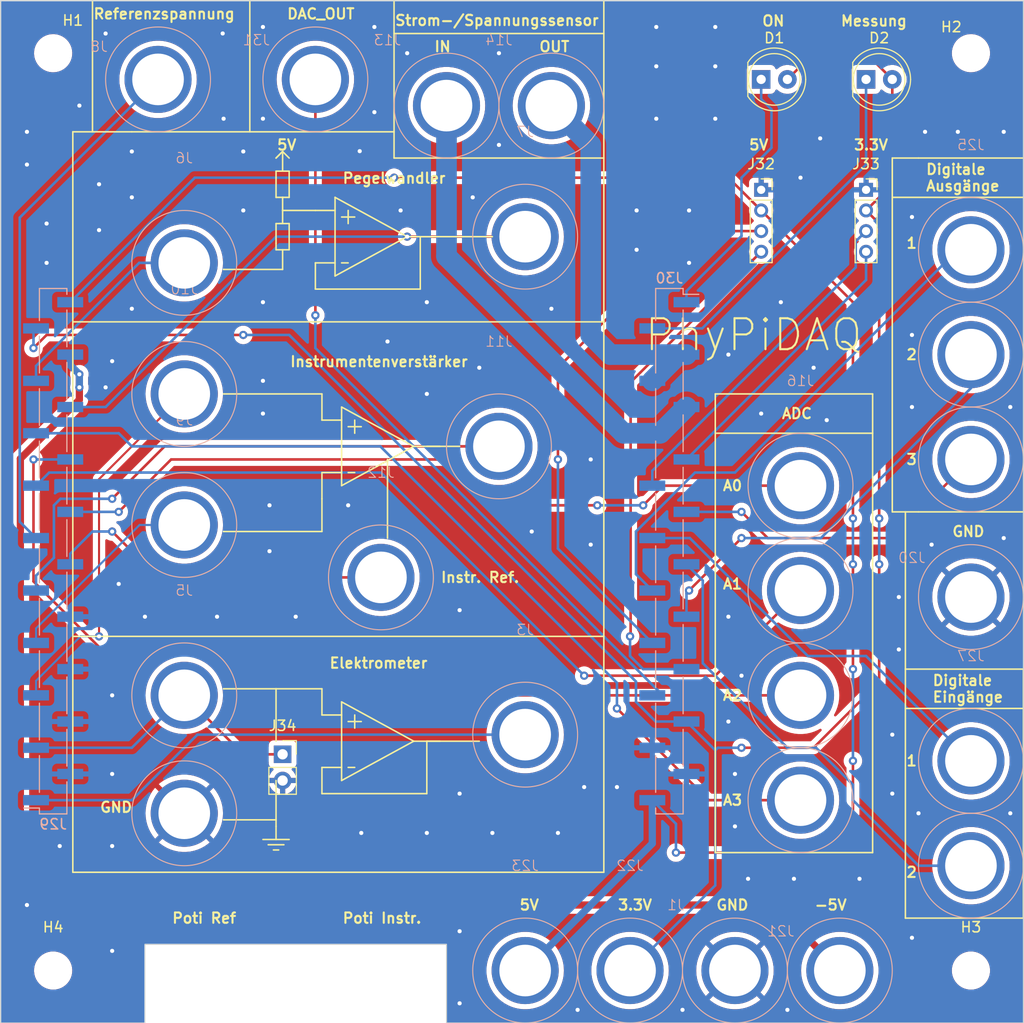
<source format=kicad_pcb>
(kicad_pcb (version 20241229) (generator "pcbnew") (generator_version "9.0")
  (layers (0 "F.Cu" signal) (2 "B.Cu" signal) (13 "F.Paste" user) (15 "B.Paste" user) (5 "F.SilkS" user "F.Silkscreen") (7 "B.SilkS" user "B.Silkscreen") (1 "F.Mask" user) (3 "B.Mask" user) (25 "Edge.Cuts" user))
  (net 0 "")
  (net 1 "LED1")
  (net 2 "+3.3V")
  (net 3 "LED2")
  (net 4 "GND")
  (net 5 "Elektrometer_OUT")
  (net 6 "Elektrometer_IN_+")
  (net 7 "Pegelwandler_IN_+")
  (net 8 "Pegelwandler_OUT")
  (net 9 "Referenzspannung_OUT")
  (net 10 "Instrumentenverstaerker_IN_-")
  (net 11 "Instrumentenverstaerker_IN_+")
  (net 12 "Instrumentenverstaerker_OUT")
  (net 13 "Instrumentenverstaerker_Ref")
  (net 14 "StromSpannungsSensor_IN_+")
  (net 15 "StromSpannungsSensor_IN_-")
  (net 16 "A0")
  (net 17 "A1")
  (net 18 "A2")
  (net 19 "A3")
  (net 20 "-5V")
  (net 21 "+5V")
  (net 22 "DIN_IN_2")
  (net 23 "DIN_IN_1")
  (net 24 "DIN_OUT_3")
  (net 25 "DIN_OUT_2")
  (net 26 "DIN_OUT_1")
  (net 27 "SCL_3.3")
  (net 28 "SDA_3.3")
  (net 29 "SDA_5")
  (net 30 "SCL_5")
  (net 31 "DAC_OUT")
  (footprint "MountingHole:MountingHole_3.2mm_M3" (layer "F.Cu") (at 180.34 129.54)
    (property "Reference" "H3")
    (property "Value" "MountingHole")
  )
  (footprint "MountingHole:MountingHole_3.2mm_M3" (layer "F.Cu") (at 91.44 129.54)
    (property "Reference" "H4")
    (property "Value" "MountingHole")
  )
  (footprint "Connector_PinSocket_2.00mm:PinSocket_1x04_P2.00mm_Vertical" (layer "F.Cu") (at 170.18 53.88)
    (property "Reference" "J33")
    (property "Value" "3.3V_BUS")
  )
  (footprint "Connector_PinSocket_2.54mm:PinSocket_1x02_P2.54mm_Vertical" (layer "F.Cu") (at 113.665 108.585)
    (property "Reference" "J34")
    (property "Value" "EM_KOND")
  )
  (footprint "MountingHole:MountingHole_3.2mm_M3" (layer "F.Cu") (at 180.34 40.64)
    (property "Reference" "H2")
    (property "Value" "MountingHole")
  )
  (footprint "LED_THT:LED_D5.0mm_FlatTop" (layer "F.Cu") (at 170.18 43.18)
    (property "Reference" "D2")
    (property "Value" "D_Photo_Filled")
  )
  (footprint "Connector_PinSocket_2.00mm:PinSocket_1x04_P2.00mm_Vertical" (layer "F.Cu") (at 160.02 53.88)
    (property "Reference" "J32")
    (property "Value" "5V_BUS")
  )
  (footprint "MountingHole:MountingHole_3.2mm_M3" (layer "F.Cu") (at 91.44 40.64)
    (property "Reference" "H1")
    (property "Value" "MountingHole")
  )
  (footprint "LED_THT:LED_D5.0mm_FlatTop" (layer "F.Cu") (at 160.02 43.18)
    (property "Reference" "D1")
    (property "Value" "D_Photo_Filled" (hide yes))
  )
  (footprint "Library_Frontplatine:MBU_1" (layer "B.Cu") (at 163.83 102.87 180)
    (property "Reference" "J18")
    (property "Value" "A2")
  )
  (footprint "Library_Frontplatine:MBU_1" (layer "B.Cu") (at 180.34 119.38 180)
    (property "Reference" "J26")
    (property "Value" "DI_OUT_3")
  )
  (footprint "Library_Frontplatine:MBU_1" (layer "B.Cu") (at 101.6 43.18 180)
    (property "Reference" "J8")
    (property "Value" "REF")
  )
  (footprint "Library_Frontplatine:MBU_1" (layer "B.Cu") (at 129.54 45.72 180)
    (property "Reference" "J13")
    (property "Value" "AVS_IN_+")
  )
  (footprint "Library_Frontplatine:MBU_1" (layer "B.Cu") (at 104.14 102.87 180)
    (property "Reference" "J5")
    (property "Value" "EM_IN")
  )
  (footprint "Library_Frontplatine:MBU_1" (layer "B.Cu") (at 137.16 129.54 180)
    (property "Reference" "J23")
    (property "Value" "5V")
  )
  (footprint "Library_Frontplatine:MBU_1" (layer "B.Cu") (at 163.83 92.71 180)
    (property "Reference" "J17")
    (property "Value" "A1")
  )
  (footprint "Library_Frontplatine:MBU_1" (layer "B.Cu") (at 104.14 60.96 180)
    (property "Reference" "J6")
    (property "Value" "PW_IN")
  )
  (footprint "Library_Frontplatine:MBU_1" (layer "B.Cu") (at 167.64 129.54 180)
    (property "Reference" "J21")
    (property "Value" "-5V")
  )
  (footprint "Library_Frontplatine:MBU_1" (layer "B.Cu") (at 180.34 59.69 180)
    (property "Reference" "J25")
    (property "Value" "DI_IN_1")
  )
  (footprint "Library_Frontplatine:MBU_1" (layer "B.Cu") (at 163.83 113.03 180)
    (property "Reference" "J19")
    (property "Value" "A3")
  )
  (footprint "Library_Frontplatine:MBU_1" (layer "B.Cu") (at 180.34 80.01 180)
    (property "Reference" "J28")
    (property "Value" "DI_OUT_1")
  )
  (footprint "Connector_PinHeader_2.54mm:PinHeader_1x20_P2.54mm_Vertical_SMD_Pin1Left" (layer "B.Cu") (at 91.44 88.9)
    (property "Reference" "J29")
    (property "Value" "EM_20")
  )
  (footprint "Library_Frontplatine:MBU_1" (layer "B.Cu") (at 123.19 91.44 180)
    (property "Reference" "J12")
    (property "Value" "IV_REF")
  )
  (footprint "Library_Frontplatine:MBU_1" (layer "B.Cu") (at 134.62 78.74 180)
    (property "Reference" "J11")
    (property "Value" "IV_OUT")
  )
  (footprint "Library_Frontplatine:MBU_1" (layer "B.Cu") (at 180.34 109.22 180)
    (property "Reference" "J27")
    (property "Value" "DI_OUT_2")
  )
  (footprint "Library_Frontplatine:MBU_1" (layer "B.Cu") (at 137.16 58.42 180)
    (property "Reference" "J7")
    (property "Value" "PW_OUT")
  )
  (footprint "Library_Frontplatine:MBU_1" (layer "B.Cu") (at 104.14 86.36 180)
    (property "Reference" "J9")
    (property "Value" "IV_IN_-")
  )
  (footprint "Library_Frontplatine:MBU_1" (layer "B.Cu") (at 104.14 73.66 180)
    (property "Reference" "J10")
    (property "Value" "IV_IN_+")
  )
  (footprint "Library_Frontplatine:MBU_1" (layer "B.Cu") (at 157.48 129.54 180)
    (property "Reference" "J1")
    (property "Value" "GND")
  )
  (footprint "Library_Frontplatine:MBU_1" (layer "B.Cu") (at 104.14 114.3 180)
    (property "Reference" "J4")
    (property "Value" "GND_EM")
  )
  (footprint "Library_Frontplatine:MBU_1" (layer "B.Cu") (at 116.84 43.18 180)
    (property "Reference" "J31")
    (property "Value" "D/A_+")
  )
  (footprint "Library_Frontplatine:MBU_1" (layer "B.Cu") (at 180.34 93.345 180)
    (property "Reference" "J20")
    (property "Value" "GND")
  )
  (footprint "Library_Frontplatine:MBU_1" (layer "B.Cu") (at 163.83 82.55 180)
    (property "Reference" "J16")
    (property "Value" "A0")
  )
  (footprint "Library_Frontplatine:MBU_1" (layer "B.Cu") (at 147.32 129.54 180)
    (property "Reference" "J22")
    (property "Value" "3.3V")
  )
  (footprint "Library_Frontplatine:MBU_1" (layer "B.Cu") (at 139.7 45.72 180)
    (property "Reference" "J14")
    (property "Value" "AVS_IN_-")
  )
  (footprint "Library_Frontplatine:MBU_1" (layer "B.Cu") (at 137.16 106.68 180)
    (property "Reference" "J3")
    (property "Value" "EM_OUT")
  )
  (footprint "Connector_PinHeader_2.54mm:PinHeader_1x20_P2.54mm_Vertical_SMD_Pin1Left" (layer "B.Cu") (at 151.13 88.9 180)
    (property "Reference" "J30")
    (property "Value" "LED_20")
  )
  (footprint "Library_Frontplatine:MBU_1" (layer "B.Cu") (at 180.34 69.85 180)
    (property "Reference" "J24")
    (property "Value" "DI_IN_2")
  )
  (gr_line (start 113.665 54.61) (end 113.03 54.61) (stroke (width 0.15)) (layer "F.SilkS"))
  (gr_line (start 93.345 48.26) (end 99.06 48.26) (stroke (width 0.15)) (layer "F.SilkS"))
  (gr_line (start 124.46 38.735) (end 144.78 38.735) (stroke (width 0.15)) (layer "F.SilkS"))
  (gr_line (start 120.015 109.855) (end 120.65 109.855) (stroke (width 0.15)) (layer "F.SilkS"))
  (gr_line (start 172.72 54.61) (end 185.42 54.61) (stroke (width 0.15)) (layer "F.SilkS"))
  (gr_line (start 132.715 107.315) (end 127.635 107.315) (stroke (width 0.15)) (layer "F.SilkS"))
  (gr_line (start 113.03 114.935) (end 107.95 114.935) (stroke (width 0.15)) (layer "F.SilkS"))
  (gr_line (start 127 63.5) (end 127 58.42) (stroke (width 0.15)) (layer "F.SilkS"))
  (gr_line (start 117.475 83.82) (end 117.475 81.28) (stroke (width 0.15)) (layer "F.SilkS"))
  (gr_line (start 116.84 60.96) (end 118.745 60.96) (stroke (width 0.15)) (layer "F.SilkS"))
  (gr_line (start 155.575 77.47) (end 155.575 73.66) (stroke (width 0.15)) (layer "F.SilkS"))
  (gr_line (start 119.38 74.93) (end 126.365 78.74) (stroke (width 0.15)) (layer "F.SilkS"))
  (gr_line (start 117.475 81.28) (end 119.38 81.28) (stroke (width 0.15)) (layer "F.SilkS"))
  (gr_line (start 99.06 48.26) (end 124.46 48.26) (stroke (width 0.15)) (layer "F.SilkS"))
  (gr_line (start 126.365 78.74) (end 119.38 82.55) (stroke (width 0.15)) (layer "F.SilkS"))
  (gr_line (start 125.73 58.42) (end 133.985 58.42) (stroke (width 0.15)) (layer "F.SilkS"))
  (gr_line (start 173.99 104.14) (end 185.42 104.14) (stroke (width 0.15)) (layer "F.SilkS"))
  (gr_line (start 172.72 50.8) (end 172.72 85.09) (stroke (width 0.15)) (layer "F.SilkS"))
  (gr_line (start 113.665 52.07) (end 113.665 50.165) (stroke (width 0.15)) (layer "F.SilkS"))
  (gr_line (start 127 63.5) (end 116.84 63.5) (stroke (width 0.15)) (layer "F.SilkS"))
  (gr_line (start 112.776 117.856) (end 113.284 117.856) (stroke (width 0.15)) (layer "F.SilkS"))
  (gr_line (start 113.03 59.69) (end 114.3 59.69) (stroke (width 0.15)) (layer "F.SilkS"))
  (gr_line (start 126.365 107.315) (end 119.38 111.125) (stroke (width 0.15)) (layer "F.SilkS"))
  (gr_line (start 173.99 100.33) (end 173.99 85.09) (stroke (width 0.15)) (layer "F.SilkS"))
  (gr_line (start 120.015 81.28) (end 120.65 81.28) (stroke (width 0.15)) (layer "F.SilkS"))
  (gr_line (start 185.42 124.46) (end 173.99 124.46) (stroke (width 0.15)) (layer "F.SilkS"))
  (gr_line (start 113.665 59.69) (end 113.665 61.595) (stroke (width 0.15)) (layer "F.SilkS"))
  (gr_line (start 113.665 55.88) (end 113.665 57.15) (stroke (width 0.15)) (layer "F.SilkS"))
  (gr_line (start 114.3 59.69) (end 114.3 57.15) (stroke (width 0.15)) (layer "F.SilkS"))
  (gr_line (start 170.815 77.47) (end 155.575 77.47) (stroke (width 0.15)) (layer "F.SilkS"))
  (gr_line (start 118.745 62.23) (end 118.745 54.61) (stroke (width 0.15)) (layer "F.SilkS"))
  (gr_line (start 119.38 56.515) (end 120.65 56.515) (stroke (width 0.15)) (layer "F.SilkS"))
  (gr_line (start 113.665 61.595) (end 107.95 61.595) (stroke (width 0.15)) (layer "F.SilkS"))
  (gr_line (start 95.25 35.56) (end 95.25 48.26) (stroke (width 0.15)) (layer "F.SilkS"))
  (gr_line (start 117.475 76.2) (end 117.475 73.66) (stroke (width 0.15)) (layer "F.SilkS"))
  (gr_line (start 173.99 124.46) (end 173.99 100.33) (stroke (width 0.15)) (layer "F.SilkS"))
  (gr_line (start 113.03 50.8) (end 113.665 50.165) (stroke (width 0.15)) (layer "F.SilkS"))
  (gr_line (start 119.38 103.505) (end 126.365 107.315) (stroke (width 0.15)) (layer "F.SilkS"))
  (gr_line (start 119.38 104.775) (end 117.475 104.775) (stroke (width 0.15)) (layer "F.SilkS"))
  (gr_line (start 118.745 54.61) (end 125.73 58.42) (stroke (width 0.15)) (layer "F.SilkS"))
  (gr_line (start 144.78 50.8) (end 144.78 35.56) (stroke (width 0.15)) (layer "F.SilkS"))
  (gr_line (start 119.38 82.55) (end 119.38 74.93) (stroke (width 0.15)) (layer "F.SilkS"))
  (gr_line (start 175.26 50.8) (end 185.42 50.8) (stroke (width 0.15)) (layer "F.SilkS"))
  (gr_line (start 128.905 78.74) (end 127.635 78.74) (stroke (width 0.15)) (layer "F.SilkS"))
  (gr_line (start 110.49 48.26) (end 110.49 35.56) (stroke (width 0.15)) (layer "F.SilkS"))
  (gr_line (start 120.015 105.41) (end 121.285 105.41) (stroke (width 0.15)) (layer "F.SilkS"))
  (gr_line (start 116.84 63.5) (end 116.84 60.96) (stroke (width 0.15)) (layer "F.SilkS"))
  (gr_line (start 144.78 97.155) (end 144.78 120.015) (stroke (width 0.15)) (layer "F.SilkS"))
  (gr_line (start 120.65 77.47) (end 120.65 76.2) (stroke (width 0.15)) (layer "F.SilkS"))
  (gr_line (start 113.03 102.235) (end 113.03 107.315) (stroke (width 0.15)) (layer "F.SilkS"))
  (gr_line (start 127.635 112.395) (end 117.475 112.395) (stroke (width 0.15)) (layer "F.SilkS"))
  (gr_line (start 113.03 111.76) (end 113.03 115.57) (stroke (width 0.15)) (layer "F.SilkS"))
  (gr_line (start 120.65 106.045) (end 120.65 104.775) (stroke (width 0.15)) (layer "F.SilkS"))
  (gr_line (start 114.3 116.84) (end 111.76 116.84) (stroke (width 0.15)) (layer "F.SilkS"))
  (gr_line (start 113.03 54.61) (end 113.03 52.705) (stroke (width 0.15)) (layer "F.SilkS"))
  (gr_line (start 112.268 117.348) (end 113.792 117.348) (stroke (width 0.15)) (layer "F.SilkS"))
  (gr_line (start 93.345 120.015) (end 93.345 48.26) (stroke (width 0.15)) (layer "F.SilkS"))
  (gr_line (start 116.84 55.88) (end 113.665 55.88) (stroke (width 0.15)) (layer "F.SilkS"))
  (gr_line (start 114.3 52.07) (end 114.3 54.61) (stroke (width 0.15)) (layer "F.SilkS"))
  (gr_line (start 144.78 66.675) (end 144.78 97.155) (stroke (width 0.15)) (layer "F.SilkS"))
  (gr_line (start 113.03 57.15) (end 113.03 59.055) (stroke (width 0.15)) (layer "F.SilkS"))
  (gr_line (start 120.015 76.835) (end 121.285 76.835) (stroke (width 0.15)) (layer "F.SilkS"))
  (gr_line (start 144.78 120.015) (end 93.345 120.015) (stroke (width 0.15)) (layer "F.SilkS"))
  (gr_line (start 155.575 77.47) (end 155.575 118.11) (stroke (width 0.15)) (layer "F.SilkS"))
  (gr_line (start 117.475 109.855) (end 119.38 109.855) (stroke (width 0.15)) (layer "F.SilkS"))
  (gr_line (start 113.03 59.055) (end 113.03 59.69) (stroke (width 0.15)) (layer "F.SilkS"))
  (gr_line (start 172.72 50.8) (end 175.26 50.8) (stroke (width 0.15)) (layer "F.SilkS"))
  (gr_line (start 128.27 58.42) (end 127 58.42) (stroke (width 0.15)) (layer "F.SilkS"))
  (gr_line (start 113.03 102.235) (end 117.475 102.235) (stroke (width 0.15)) (layer "F.SilkS"))
  (gr_line (start 113.03 115.57) (end 113.03 116.84) (stroke (width 0.15)) (layer "F.SilkS"))
  (gr_line (start 114.3 57.15) (end 113.3475 57.15) (stroke (width 0.15)) (layer "F.SilkS"))
  (gr_line (start 113.665 50.165) (end 114.3 50.8) (stroke (width 0.15)) (layer "F.SilkS"))
  (gr_line (start 127.635 112.395) (end 127.635 107.315) (stroke (width 0.15)) (layer "F.SilkS"))
  (gr_line (start 114.3 54.61) (end 113.665 54.61) (stroke (width 0.15)) (layer "F.SilkS"))
  (gr_line (start 172.72 85.09) (end 175.26 85.09) (stroke (width 0.15)) (layer "F.SilkS"))
  (gr_line (start 113.03 52.07) (end 114.3 52.07) (stroke (width 0.15)) (layer "F.SilkS"))
  (gr_line (start 170.815 73.66) (end 170.815 77.47) (stroke (width 0.15)) (layer "F.SilkS"))
  (gr_line (start 113.665 50.165) (end 113.03 50.8) (stroke (width 0.15)) (layer "F.SilkS"))
  (gr_line (start 119.38 111.125) (end 119.38 103.505) (stroke (width 0.15)) (layer "F.SilkS"))
  (gr_line (start 113.665 57.15) (end 113.03 57.15) (stroke (width 0.15)) (layer "F.SilkS"))
  (gr_line (start 120.015 57.15) (end 120.015 55.88) (stroke (width 0.15)) (layer "F.SilkS"))
  (gr_line (start 118.745 55.88) (end 116.84 55.88) (stroke (width 0.15)) (layer "F.SilkS"))
  (gr_line (start 144.78 66.675) (end 93.345 66.675) (stroke (width 0.15)) (layer "F.SilkS"))
  (gr_line (start 173.99 100.33) (end 185.42 100.33) (stroke (width 0.15)) (layer "F.SilkS"))
  (gr_line (start 113.03 102.235) (end 107.95 102.235) (stroke (width 0.15)) (layer "F.SilkS"))
  (gr_line (start 117.475 112.395) (end 117.475 109.855) (stroke (width 0.15)) (layer "F.SilkS"))
  (gr_line (start 126.365 107.315) (end 128.905 107.315) (stroke (width 0.15)) (layer "F.SilkS"))
  (gr_line (start 117.475 73.66) (end 107.95 73.66) (stroke (width 0.15)) (layer "F.SilkS"))
  (gr_line (start 124.46 50.8) (end 144.78 50.8) (stroke (width 0.15)) (layer "F.SilkS"))
  (gr_line (start 185.42 100.33) (end 185.42 124.46) (stroke (width 0.15)) (layer "F.SilkS"))
  (gr_line (start 113.03 111.76) (end 113.03 111.125) (stroke (width 0.15)) (layer "F.SilkS"))
  (gr_line (start 144.78 50.8) (end 144.78 66.675) (stroke (width 0.15)) (layer "F.SilkS"))
  (gr_line (start 170.815 118.11) (end 170.815 77.47) (stroke (width 0.15)) (layer "F.SilkS"))
  (gr_line (start 144.78 97.155) (end 93.345 97.155) (stroke (width 0.15)) (layer "F.SilkS"))
  (gr_line (start 123.825 80.01) (end 123.825 87.63) (stroke (width 0.15)) (layer "F.SilkS"))
  (gr_line (start 155.575 73.66) (end 170.815 73.66) (stroke (width 0.15)) (layer "F.SilkS"))
  (gr_line (start 113.665 55.88) (end 113.665 54.61) (stroke (width 0.15)) (layer "F.SilkS"))
  (gr_line (start 117.475 104.775) (end 117.475 102.235) (stroke (width 0.15)) (layer "F.SilkS"))
  (gr_line (start 119.38 76.2) (end 117.475 76.2) (stroke (width 0.15)) (layer "F.SilkS"))
  (gr_line (start 113.03 52.705) (end 113.03 52.07) (stroke (width 0.15)) (layer "F.SilkS"))
  (gr_line (start 124.46 35.56) (end 124.46 50.8) (stroke (width 0.15)) (layer "F.SilkS"))
  (gr_line (start 126.365 78.74) (end 130.81 78.74) (stroke (width 0.15)) (layer "F.SilkS"))
  (gr_line (start 117.475 86.995) (end 117.475 83.82) (stroke (width 0.15)) (layer "F.SilkS"))
  (gr_line (start 119.38 60.96) (end 120.015 60.96) (stroke (width 0.15)) (layer "F.SilkS"))
  (gr_line (start 125.73 58.42) (end 118.745 62.23) (stroke (width 0.15)) (layer "F.SilkS"))
  (gr_line (start 155.575 118.11) (end 170.815 118.11) (stroke (width 0.15)) (layer "F.SilkS"))
  (gr_line (start 185.42 85.09) (end 175.26 85.09) (stroke (width 0.15)) (layer "F.SilkS"))
  (gr_line (start 107.95 86.995) (end 117.475 86.995) (stroke (width 0.15)) (layer "F.SilkS"))
  (gr_line (start 100.33 134.62) (end 100.33 127) (stroke (width 0.1)) (layer "Edge.Cuts"))
  (gr_line (start 129.54 134.62) (end 185.42 134.62) (stroke (width 0.1)) (layer "Edge.Cuts"))
  (gr_line (start 185.42 35.56) (end 86.36 35.56) (stroke (width 0.1)) (layer "Edge.Cuts"))
  (gr_line (start 86.36 134.62) (end 100.33 134.62) (stroke (width 0.1)) (layer "Edge.Cuts"))
  (gr_line (start 129.54 127) (end 129.54 134.62) (stroke (width 0.1)) (layer "Edge.Cuts"))
  (gr_line (start 86.36 35.56) (end 86.36 134.62) (stroke (width 0.1)) (layer "Edge.Cuts"))
  (gr_line (start 185.42 134.62) (end 185.42 35.56) (stroke (width 0.1)) (layer "Edge.Cuts"))
  (gr_line (start 100.33 127) (end 129.54 127) (stroke (width 0.1)) (layer "Edge.Cuts"))
  (gr_text "A1" (at 156.21 92.075 0) (layer "F.SilkS") (effects (font (size 1 1) (thickness 0.2) (bold yes)) (justify left)))
  (gr_text "Elektrometer" (at 118.11 100.33 0) (layer "F.SilkS") (effects (font (size 1 1) (thickness 0.2) (bold yes)) (justify left bottom)))
  (gr_text "3" (at 173.99 80.01 0) (layer "F.SilkS") (effects (font (size 1 1) (thickness 0.2) (bold yes)) (justify left)))
  (gr_text "GND" (at 95.885 114.3 0) (layer "F.SilkS") (effects (font (size 1 1) (thickness 0.2) (bold yes)) (justify left bottom)))
  (gr_text "5V" (at 158.75 49.53 0) (layer "F.SilkS") (effects (font (size 1 1) (thickness 0.2) (bold yes)) (justify left)))
  (gr_text "PhyPiDAQ" (at 148.59 67.945 0) (layer "F.SilkS") (effects (font (size 3 3) (thickness 0.2) (bold yes)) (justify left)))
  (gr_text "Messung" (at 167.64 38.1 0) (layer "F.SilkS") (effects (font (size 1 1) (thickness 0.2) (bold yes)) (justify left bottom)))
  (gr_text "A2" (at 156.21 102.87 0) (layer "F.SilkS") (effects (font (size 1 1) (thickness 0.2) (bold yes)) (justify left)))
  (gr_text "5V" (at 136.525 123.19 0) (layer "F.SilkS") (effects (font (size 1 1) (thickness 0.2) (bold yes)) (justify left)))
  (gr_text "GND" (at 178.435 86.995 0) (layer "F.SilkS") (effects (font (size 1 1) (thickness 0.2) (bold yes)) (justify left)))
  (gr_text "Poti Ref" (at 102.87 124.46 0) (layer "F.SilkS") (effects (font (size 1 1) (thickness 0.2) (bold yes)) (justify left)))
  (gr_text "DAC_OUT\n" (at 114 36.83 0) (layer "F.SilkS") (effects (font (size 1 1) (thickness 0.2) (bold yes)) (justify left)))
  (gr_text "ON" (at 160.02 38.1 0) (layer "F.SilkS") (effects (font (size 1 1) (thickness 0.2) (bold yes)) (justify left bottom)))
  (gr_text "A0" (at 156.21 82.55 0) (layer "F.SilkS") (effects (font (size 1 1) (thickness 0.2) (bold yes)) (justify left)))
  (gr_text "OUT" (at 138.43 40.005 0) (layer "F.SilkS") (effects (font (size 1 1) (thickness 0.2) (bold yes)) (justify left)))
  (gr_text "-5V" (at 165.1 123.19 0) (layer "F.SilkS") (effects (font (size 1 1) (thickness 0.2) (bold yes)) (justify left)))
  (gr_text "3.3V" (at 168.91 49.53 0) (layer "F.SilkS") (effects (font (size 1 1) (thickness 0.2) (bold yes)) (justify left)))
  (gr_text "GND" (at 155.575 123.19 0) (layer "F.SilkS") (effects (font (size 1 1) (thickness 0.2) (bold yes)) (justify left)))
  (gr_text "ADC" (at 161.925 75.565 0) (layer "F.SilkS") (effects (font (size 1 1) (thickness 0.2) (bold yes)) (justify left)))
  (gr_text "Strom-/Spannungssensor" (at 124.46 37.465 0) (layer "F.SilkS") (effects (font (size 1 1) (thickness 0.2) (bold yes)) (justify left)))
  (gr_text "3.3V" (at 146.05 123.19 0) (layer "F.SilkS") (effects (font (size 1 1) (thickness 0.2) (bold yes)) (justify left)))
  (gr_text "5V" (at 113.03 49.53 0) (layer "F.SilkS") (effects (font (size 1 1) (thickness 0.2) (bold yes)) (justify left)))
  (gr_text "IN" (at 128.27 40.005 0) (layer "F.SilkS") (effects (font (size 1 1) (thickness 0.2) (bold yes)) (justify left)))
  (gr_text "2" (at 173.99 120.015 0) (layer "F.SilkS") (effects (font (size 1 1) (thickness 0.2) (bold yes)) (justify left)))
  (gr_text "Digitale\nAusgänge" (at 175.895 52.705 0) (layer "F.SilkS") (effects (font (size 1 1) (thickness 0.2) (bold yes)) (justify left)))
  (gr_text "Referenzspannung" (at 95.25 36.83 0) (layer "F.SilkS") (effects (font (size 1 1) (thickness 0.2) (bold yes)) (justify left)))
  (gr_text "Instrumentenverstärker" (at 114.3 71.12 0) (layer "F.SilkS") (effects (font (size 1 1) (thickness 0.2) (bold yes)) (justify left bottom)))
  (gr_text "Digitale\nEingänge" (at 176.53 102.235 0) (layer "F.SilkS") (effects (font (size 1 1) (thickness 0.2) (bold yes)) (justify left)))
  (gr_text "Poti Instr." (at 119.38 124.46 0) (layer "F.SilkS") (effects (font (size 1 1) (thickness 0.2) (bold yes)) (justify left)))
  (gr_text "A3" (at 156.21 113.03 0) (layer "F.SilkS") (effects (font (size 1 1) (thickness 0.2) (bold yes)) (justify left)))
  (gr_text "Instr. Ref." (at 128.905 91.44 0) (layer "F.SilkS") (effects (font (size 1 1) (thickness 0.2) (bold yes)) (justify left)))
  (gr_text "1" (at 173.99 59.055 0) (layer "F.SilkS") (effects (font (size 1 1) (thickness 0.2) (bold yes)) (justify left)))
  (gr_text "2" (at 173.99 69.85 0) (layer "F.SilkS") (effects (font (size 1 1) (thickness 0.2) (bold yes)) (justify left)))
  (gr_text "Pegelwandler" (at 119.38 53.34 0) (layer "F.SilkS") (effects (font (size 1 1) (thickness 0.2) (bold yes)) (justify left bottom)))
  (gr_text "1" (at 173.99 109.22 0) (layer "F.SilkS") (effects (font (size 1 1) (thickness 0.2) (bold yes)) (justify left)))
  (segment (start 161.02 46.085) (end 160.02 45.085) (width 0.25) (layer "B.Cu") (net 1))
  (segment (start 152.785 63.692684) (end 158.115 58.362684) (width 0.25) (layer "B.Cu") (net 1))
  (segment (start 161.02 49.8) (end 161.02 46.085) (width 0.25) (layer "B.Cu") (net 1))
  (segment (start 158.115 58.362684) (end 158.115 52.705) (width 0.25) (layer "B.Cu") (net 1))
  (segment (start 160.02 45.085) (end 160.02 43.18) (width 0.25) (layer "B.Cu") (net 1))
  (segment (start 152.785 64.77) (end 152.785 63.692684) (width 0.25) (layer "B.Cu") (net 1))
  (segment (start 158.115 52.705) (end 161.02 49.8) (width 0.25) (layer "B.Cu") (net 1))
  (segment (start 171.45 57.15) (end 170.18 55.88) (width 0.25) (layer "F.Cu") (net 2))
  (segment (start 165.1 107.95) (end 158.115 107.95) (width 0.25) (layer "F.Cu") (net 2))
  (segment (start 171.45 101.6) (end 165.1 107.95) (width 0.25) (layer "F.Cu") (net 2))
  (segment (start 89.535 69.215) (end 90.805 67.945) (width 0.25) (layer "F.Cu") (net 2))
  (segment (start 90.805 67.945) (end 109.855 67.945) (width 0.25) (layer "F.Cu") (net 2))
  (segment (start 172.72 43.18) (end 172.72 53.34) (width 0.25) (layer "F.Cu") (net 2))
  (segment (start 164.465 41.275) (end 170.815 41.275) (width 0.25) (layer "F.Cu") (net 2))
  (segment (start 162.56 43.18) (end 164.465 41.275) (width 0.25) (layer "F.Cu") (net 2))
  (segment (start 171.45 85.725) (end 171.45 57.15) (width 0.25) (layer "F.Cu") (net 2))
  (segment (start 170.815 41.275) (end 172.72 43.18) (width 0.25) (layer "F.Cu") (net 2))
  (segment (start 172.72 53.34) (end 170.18 55.88) (width 0.25) (layer "F.Cu") (net 2))
  (segment (start 171.45 90.17) (end 171.45 101.6) (width 0.25) (layer "F.Cu") (net 2))
  (via (at 171.45 90.17) (size 0.8) (drill 0.4) (layers "F.Cu" "B.Cu") (net 2))
  (via (at 89.535 69.215) (size 0.8) (drill 0.4) (layers "F.Cu" "B.Cu") (net 2))
  (via (at 171.45 85.725) (size 0.8) (drill 0.4) (layers "F.Cu" "B.Cu") (net 2))
  (via (at 109.855 67.945) (size 0.8) (drill 0.4) (layers "F.Cu" "B.Cu") (net 2))
  (via (at 158.115 107.95) (size 0.8) (drill 0.4) (layers "F.Cu" "B.Cu") (net 2))
  (segment (start 158.115 107.95) (end 155.825 107.95) (width 0.25) (layer "B.Cu") (net 2))
  (segment (start 89.535 67.56) (end 89.785 67.31) (width 0.25) (layer "B.Cu") (net 2))
  (segment (start 89.535 69.215) (end 89.535 67.56) (width 0.25) (layer "B.Cu") (net 2))
  (segment (start 114.3 67.945) (end 109.855 67.945) (width 0.25) (layer "B.Cu") (net 2))
  (segment (start 152.785 105.41) (end 149.80038 105.41) (width 0.25) (layer "B.Cu") (net 2))
  (segment (start 152.785 105.41) (end 155.575 108.2) (width 0.25) (layer "B.Cu") (net 2))
  (segment (start 155.575 121.285) (end 147.32 129.54) (width 0.25) (layer "B.Cu") (net 2))
  (segment (start 155.825 107.95) (end 155.575 108.2) (width 0.25) (layer "B.Cu") (net 2))
  (segment (start 149.80038 105.41) (end 147.895 103.50462) (width 0.25) (layer "B.Cu") (net 2))
  (segment (start 147.895 103.50462) (end 147.895 101.54) (width 0.25) (layer "B.Cu") (net 2))
  (segment (start 155.575 108.2) (end 155.575 121.285) (width 0.25) (layer "B.Cu") (net 2))
  (segment (start 147.895 101.54) (end 114.3 67.945) (width 0.25) (layer "B.Cu") (net 2))
  (segment (start 171.45 85.725) (end 171.45 90.17) (width 0.25) (layer "B.Cu") (net 2))
  (segment (start 154.305 67.31) (end 170.18 51.435) (width 0.25) (layer "B.Cu") (net 3))
  (segment (start 170.18 51.435) (end 170.18 43.18) (width 0.25) (layer "B.Cu") (net 3))
  (segment (start 149.475 67.31) (end 154.305 67.31) (width 0.25) (layer "B.Cu") (net 3))
  (via (at 179.07 48.26) (size 0.8) (drill 0.4) (layers "F.Cu" "B.Cu") (net 4))
  (via (at 134.62 49.53) (size 0.8) (drill 0.4) (layers "F.Cu" "B.Cu") (net 4))
  (via (at 174.625 56.515) (size 0.8) (drill 0.4) (layers "F.Cu" "B.Cu") (net 4))
  (via (at 172.72 106.68) (size 0.8) (drill 0.4) (layers "F.Cu" "B.Cu") (net 4))
  (via (at 158.75 120.65) (size 0.8) (drill 0.4) (layers "F.Cu" "B.Cu") (net 4))
  (via (at 169.545 120.65) (size 0.8) (drill 0.4) (layers "F.Cu" "B.Cu") (net 4))
  (via (at 92.075 117.475) (size 0.8) (drill 0.4) (layers "F.Cu" "B.Cu") (net 4))
  (via (at 109.855 50.165) (size 0.8) (drill 0.4) (layers "F.Cu" "B.Cu") (net 4))
  (via (at 163.195 120.65) (size 0.8) (drill 0.4) (layers "F.Cu" "B.Cu") (net 4))
  (via (at 176.53 88.265) (size 0.8) (drill 0.4) (layers "F.Cu" "B.Cu") (net 4))
  (via (at 122.555 38.1) (size 0.8) (drill 0.4) (layers "F.Cu" "B.Cu") (net 4))
  (via (at 111.76 46.99) (size 0.8) (drill 0.4) (layers "F.Cu" "B.Cu") (net 4))
  (via (at 153.035 55.88) (size 0.8) (drill 0.4) (layers "F.Cu" "B.Cu") (net 4))
  (via (at 160.02 75.565) (size 0.8) (drill 0.4) (layers "F.Cu" "B.Cu") (net 4))
  (via (at 121.133463 50.133849) (size 0.8) (drill 0.4) (layers "F.Cu" "B.Cu") (net 4))
  (via (at 111.76 38.1) (size 0.8) (drill 0.4) (layers "F.Cu" "B.Cu") (net 4))
  (via (at 90.805 57.15) (size 0.8) (drill 0.4) (layers "F.Cu" "B.Cu") (net 4))
  (via (at 156.845 95.25) (size 0.8) (drill 0.4) (layers "F.Cu" "B.Cu") (net 4))
  (via (at 112.395 88.9) (size 0.8) (drill 0.4) (layers "F.Cu" "B.Cu") (net 4))
  (via (at 122.555 46.355) (size 0.8) (drill 0.4) (layers "F.Cu" "B.Cu") (net 4))
  (via (at 111.76 72.39) (size 0.8) (drill 0.4) (layers "F.Cu" "B.Cu") (net 4))
  (via (at 125.095 55.88) (size 0.8) (drill 0.4) (layers "F.Cu" "B.Cu") (net 4))
  (via (at 107.315 95.25) (size 0.8) (drill 0.4) (layers "F.Cu" "B.Cu") (net 4))
  (via (at 149.86 38.1) (size 0.8) (drill 0.4) (layers "F.Cu" "B.Cu") (net 4))
  (via (at 149.86 46.99) (size 0.8) (drill 0.4) (layers "F.Cu" "B.Cu") (net 4))
  (via (at 147.955 59.69) (size 0.8) (drill 0.4) (layers "F.Cu" "B.Cu") (net 4))
  (via (at 97.155 70.485) (size 0.8) (drill 0.4) (layers "F.Cu" "B.Cu") (net 4))
  (via (at 111.76 64.77) (size 0.8) (drill 0.4) (layers "F.Cu" "B.Cu") (net 4))
  (via (at 95.885 57.785) (size 0.8) (drill 0.4) (layers "F.Cu" "B.Cu") (net 4))
  (via (at 130.81 132.715) (size 0.8) (drill 0.4) (layers "F.Cu" "B.Cu") (net 4))
  (via (at 90.805 60.96) (size 0.8) (drill 0.4) (layers "F.Cu" "B.Cu") (net 4))
  (via (at 143.51 88.265) (size 0.8) (drill 0.4) (layers "F.Cu" "B.Cu") (net 4))
  (via (at 109.855 55.88) (size 0.8) (drill 0.4) (layers "F.Cu" "B.Cu") (net 4))
  (via (at 97.155 110.49) (size 0.8) (drill 0.4) (layers "F.Cu" "B.Cu") (net 4))
  (via (at 146.05 111.76) (size 0.8) (drill 0.4) (layers "F.Cu" "B.Cu") (net 4))
  (via (at 183.515 48.26) (size 0.8) (drill 0.4) (layers "F.Cu" "B.Cu") (net 4))
  (via (at 157.48 115.57) (size 0.8) (drill 0.4) (layers "F.Cu" "B.Cu") (net 4))
  (via (at 93.98 45.72) (size 0.8) (drill 0.4) (layers "F.Cu" "B.Cu") (net 4))
  (via (at 172.72 112.395) (size 0.8) (drill 0.4) (layers "F.Cu" "B.Cu") (net 4))
  (via (at 142.24 133.35) (size 0.8) (drill 0.4) (layers "F.Cu" "B.Cu") (net 4))
  (via (at 153.035 60.96) (size 0.8) (drill 0.4) (layers "F.Cu" "B.Cu") (net 4))
  (via (at 174.625 126.365) (size 0.8) (drill 0.4) (layers "F.Cu" "B.Cu") (net 4))
  (via (at 97.79 92.075) (size 0.8) (drill 0.4) (layers "F.Cu" "B.Cu") (net 4))
  (via (at 96.52 73.025) (size 0.8) (drill 0.4) (layers "F.Cu" "B.Cu") (net 4))
  (via (at 97.155 117.475) (size 0.8) (drill 0.4) (layers "F.Cu" "B.Cu") (net 4))
  (via (at 134.62 40.64) (size 0.8) (drill 0.4) (layers "F.Cu" "B.Cu") (net 4))
  (via (at 127.635 116.205) (size 0.8) (drill 0.4) (layers "F.Cu" "B.Cu") (net 4))
  (via (at 120.015 84.455) (size 0.8) (drill 0.4) (layers "F.Cu" "B.Cu") (net 4))
  (via (at 157.48 110.49) (size 0.8) (drill 0.4) (layers "F.Cu" "B.Cu") (net 4))
  (via (at 127.635 73.66) (size 0.8) (drill 0.4) (layers "F.Cu" "B.Cu") (net 4))
  (via (at 152.4 133.35) (size 0.8) (drill 0.4) (layers "F.Cu" "B.Cu") (net 4))
  (via (at 88.9 51.435) (size 0.8) (drill 0.4) (layers "F.Cu" "B.Cu") (net 4))
  (via (at 143.51 80.01) (size 0.8) (drill 0.4) (layers "F.Cu" "B.Cu") (net 4))
  (via (at 97.155 127.635) (size 0.8) (drill 0.4) (layers "F.Cu" "B.Cu") (net 4))
  (via (at 88.9 48.26) (size 0.8) (drill 0.4) (layers "F.Cu" "B.Cu") (net 4))
  (via (at 155.575 46.99) (size 0.8) (drill 0.4) (layers "F.Cu" "B.Cu") (net 4))
  (via (at 130.81 94.615) (size 0.8) (drill 0.4) (layers "F.Cu" "B.Cu") (net 4))
  (via (at 183.515 87.63) (size 0.8) (drill 0.4) (layers "F.Cu" "B.Cu") (net 4))
  (via (at 125.73 40.64) (size 0.8) (drill 0.4) (layers "F.Cu" "B.Cu") (net 4))
  (via (at 130.81 112.395) (size 0.8) (drill 0.4) (layers "F.Cu" "B.Cu") (net 4))
  (via (at 149.86 41.91) (size 0.8) (drill 0.4) (layers "F.Cu" "B.Cu") (net 4))
  (via (at 155.575 38.1) (size 0.8) (drill 0.4) (layers "F.Cu" "B.Cu") (net 4))
  (via (at 107.95 46.99) (size 0.8) (drill 0.4) (layers "F.Cu" "B.Cu") (net 4))
  (via (at 133.985 116.205) (size 0.8) (drill 0.4) (layers "F.Cu" "B.Cu") (net 4))
  (via (at 132.715 71.12) (size 0.8) (drill 0.4) (layers "F.Cu" "B.Cu") (net 4))
  (via (at 99.06 54.61) (size 0.8) (drill 0.4) (layers "F.Cu" "B.Cu") (net 4))
  (via (at 107.862033 38.728165) (size 0.8) (drill 0.4) (layers "F.Cu" "B.Cu") (net 4))
  (via (at 162.56 133.35) (size 0.8) (drill 0.4) (layers "F.Cu" "B.Cu") (net 4))
  (via (at 99.06 65.405) (size 0.8) (drill 0.4) (layers "F.Cu" "B.Cu") (net 4))
  (via (at 132.08 54.61) (size 0.8) (drill 0.4) (layers "F.Cu" "B.Cu") (net 4))
  (via (at 97.155 102.87) (size 0.8) (drill 0.4) (layers "F.Cu" "B.Cu") (net 4))
  (via (at 123.825 68.58) (size 0.8) (drill 0.4) (layers "F.Cu" "B.Cu") (net 4))
  (via (at 127.635 64.77) (size 0.8) (drill 0.4) (layers "F.Cu" "B.Cu") (net 4))
  (via (at 140.335 116.205) (size 0.8) (drill 0.4) (layers "F.Cu" "B.Cu") (net 4))
  (via (at 147.955 55.88) (size 0.8) (drill 0.4) (layers "F.Cu" "B.Cu") (net 4))
  (via (at 139.7 65.405) (size 0.8) (drill 0.4) (layers "F.Cu" "B.Cu") (net 4))
  (via (at 165.1 71.12) (size 0.8) (drill 0.4) (layers "F.Cu" "B.Cu") (net 4))
  (via (at 175.895 48.26) (size 0.8) (drill 0.4) (layers "F.Cu" "B.Cu") (net 4))
  (via (at 173.355 98.425) (size 0.8) (drill 0.4) (layers "F.Cu" "B.Cu") (net 4))
  (via (at 100.33 95.25) (size 0.8) (drill 0.4) (layers "F.Cu" "B.Cu") (net 4))
  (via (at 158.115 100.965) (size 0.8) (drill 0.4) (layers "F.Cu" "B.Cu") (net 4))
  (via (at 156.845 69.85) (size 0.8) (drill 0.4) (layers "F.Cu" "B.Cu") (net 4))
  (via (at 99.06 50.165) (size 0.8) (drill 0.4) (layers "F.Cu" "B.Cu") (net 4))
  (via (at 174.625 74.93) (size 0.8) (drill 0.4) (layers "F.Cu" "B.Cu") (net 4))
  (via (at 137.795 86.995) (size 0.8) (drill 0.4) (layers "F.Cu" "B.Cu") (net 4))
  (via (at 184.15 114.3) (size 0.8) (drill 0.4) (layers "F.Cu" "B.Cu") (net 4))
  (via (at 174.625 67.945) (size 0.8) (drill 0.4) (layers "F.Cu" "B.Cu") (net 4))
  (via (at 155.575 41.91) (size 0.8) (drill 0.4) (layers "F.Cu" "B.Cu") (net 4))
  (via (at 165.735 48.895) (size 0.8) (drill 0.4) (layers "F.Cu" "B.Cu") (net 4))
  (via (at 130.81 125.73) (size 0.8) (drill 0.4) (layers "F.Cu" "B.Cu") (net 4))
  (via (at 184.15 74.93) (size 0.8) (drill 0.4) (layers "F.Cu" "B.Cu") (net 4))
  (via (at 161.925 64.77) (size 0.8) (drill 0.4) (layers "F.Cu" "B.Cu") (net 4))
  (via (at 156.845 105.41) (size 0.8) (drill 0.4) (layers "F.Cu" "B.Cu") (net 4))
  (via (at 173.355 93.345) (size 0.8) (drill 0.4) (layers "F.Cu" "B.Cu") (net 4))
  (via (at 88.9 123.19) (size 0.8) (drill 0.4) (layers "F.Cu" "B.Cu") (net 4))
  (via (at 175.26 114.3) (size 0.8) (drill 0.4) (layers "F.Cu" "B.Cu") (net 4))
  (via (at 142.875 111.76) (size 0.8) (drill 0.4) (layers "F.Cu" "B.Cu") (net 4))
  (via (at 112.395 84.455) (size 0.8) (drill 0.4) (layers "F.Cu" "B.Cu") (net 4))
  (via (at 166.37 76.2) (size 0.8) (drill 0.4) (layers "F.Cu" "B.Cu") (net 4))
  (via (at 121.285 116.205) (size 0.8) (drill 0.4) (layers "F.Cu" "B.Cu") (net 4))
  (via (at 96.52 38.735) (size 0.8) (drill 0.4) (layers "F.Cu" "B.Cu") (net 4))
  (via (at 95.885 53.34) (size 0.8) (drill 0.4) (layers "F.Cu" "B.Cu") (net 4))
  (via (at 163.83 52.705) (size 0.8) (drill 0.4) (layers "F.Cu" "B.Cu") (net 4))
  (via (at 111.76 75.565) (size 0.8) (drill 0.4) (layers "F.Cu" "B.Cu") (net 4))
  (via (at 114.935 95.25) (size 0.8) (drill 0.4) (layers "F.Cu" "B.Cu") (net 4))
  (segment (start 99.06 113.03) (end 105.41 106.68) (width 0.25) (layer "B.Cu") (net 5))
  (segment (start 105.41 106.68) (end 137.16 106.68) (width 0.25) (layer "B.Cu") (net 5))
  (segment (start 89.785 113.03) (end 99.06 113.03) (width 0.25) (layer "B.Cu") (net 5))
  (segment (start 109.855 108.585) (end 104.14 102.87) (width 0.25) (layer "F.Cu") (net 6))
  (segment (start 113.665 108.585) (end 109.855 108.585) (width 0.25) (layer "F.Cu") (net 6))
  (segment (start 89.785 107.95) (end 99.06 107.95) (width 0.25) (layer "B.Cu") (net 6))
  (segment (start 99.06 107.95) (end 104.14 102.87) (width 0.25) (layer "B.Cu") (net 6))
  (segment (start 89.785 72.39) (end 89.785 70.94538) (width 0.25) (layer "B.Cu") (net 7))
  (segment (start 99.77038 60.96) (end 104.14 60.96) (width 0.25) (layer "B.Cu") (net 7))
  (segment (start 89.785 70.94538) (end 99.77038 60.96) (width 0.25) (layer "B.Cu") (net 7))
  (segment (start 125.73 58.42) (end 137.16 58.42) (width 0.25) (layer "F.Cu") (net 8))
  (via (at 125.73 58.42) (size 0.8) (drill 0.4) (layers "F.Cu" "B.Cu") (net 8))
  (segment (start 113.03 58.42) (end 125.73 58.42) (width 0.25) (layer "B.Cu") (net 8))
  (segment (start 96.52 74.93) (end 113.03 58.42) (width 0.25) (layer "B.Cu") (net 8))
  (segment (start 93.095 74.93) (end 96.52 74.93) (width 0.25) (layer "B.Cu") (net 8))
  (segment (start 88.205 56.575) (end 101.6 43.18) (width 0.25) (layer "B.Cu") (net 9))
  (segment (start 88.205 86.05) (end 88.205 56.575) (width 0.25) (layer "B.Cu") (net 9))
  (segment (start 89.785 87.63) (end 88.205 86.05) (width 0.25) (layer "B.Cu") (net 9))
  (segment (start 89.785 97.79) (end 89.785 96.380736) (width 0.2) (layer "B.Cu") (net 10))
  (segment (start 89.785 96.380736) (end 99.805736 86.36) (width 0.2) (layer "B.Cu") (net 10))
  (segment (start 99.805736 86.36) (end 104.14 86.36) (width 0.2) (layer "B.Cu") (net 10))
  (segment (start 104.14 73.66) (end 95.885 81.915) (width 0.2) (layer "F.Cu") (net 11))
  (segment (start 95.885 81.915) (end 95.885 97.155) (width 0.2) (layer "F.Cu") (net 11))
  (via (at 95.885 97.155) (size 0.8) (drill 0.4) (layers "F.Cu" "B.Cu") (net 11))
  (segment (start 95.885 97.155) (end 94.090736 97.155) (width 0.2) (layer "B.Cu") (net 11))
  (segment (start 89.785 101.460736) (end 89.785 102.87) (width 0.2) (layer "B.Cu") (net 11))
  (segment (start 94.090736 97.155) (end 89.785 101.460736) (width 0.2) (layer "B.Cu") (net 11))
  (segment (start 97.155 83.82) (end 102.235 78.74) (width 0.25) (layer "F.Cu") (net 12))
  (segment (start 102.235 78.74) (end 134.62 78.74) (width 0.25) (layer "F.Cu") (net 12))
  (via (at 97.155 83.82) (size 0.8) (drill 0.4) (layers "F.Cu" "B.Cu") (net 12))
  (segment (start 92.15038 83.82) (end 97.155 83.82) (width 0.25) (layer "B.Cu") (net 12))
  (segment (start 91.515 84.45538) (end 92.15038 83.82) (width 0.25) (layer "B.Cu") (net 12))
  (segment (start 89.785 92.71) (end 89.785 91.26538) (width 0.25) (layer "B.Cu") (net 12))
  (segment (start 91.515 89.53538) (end 91.515 84.45538) (width 0.25) (layer "B.Cu") (net 12))
  (segment (start 89.785 91.26538) (end 91.515 89.53538) (width 0.25) (layer "B.Cu") (net 12))
  (segment (start 101.6 91.44) (end 123.19 91.44) (width 0.25) (layer "F.Cu") (net 13))
  (segment (start 97.155 86.995) (end 101.6 91.44) (width 0.25) (layer "F.Cu") (net 13))
  (via (at 97.155 86.995) (size 0.8) (drill 0.4) (layers "F.Cu" "B.Cu") (net 13))
  (segment (start 93.095 89.15) (end 95.25 86.995) (width 0.25) (layer "B.Cu") (net 13))
  (segment (start 95.25 86.995) (end 97.155 86.995) (width 0.25) (layer "B.Cu") (net 13))
  (segment (start 93.095 90.17) (end 93.095 89.15) (width 0.25) (layer "B.Cu") (net 13))
  (segment (start 149.475 77.47) (end 150.245 77.47) (width 2) (layer "B.Cu") (net 14))
  (segment (start 146.685 77.47) (end 129.54 60.325) (width 2) (layer "B.Cu") (net 14))
  (segment (start 150.245 77.47) (end 152.785 74.93) (width 2) (layer "B.Cu") (net 14))
  (segment (start 149.475 77.47) (end 146.685 77.47) (width 2) (layer "B.Cu") (net 14))
  (segment (start 129.54 60.325) (end 129.54 45.72) (width 2) (layer "B.Cu") (net 14))
  (segment (start 152.015 69.85) (end 149.475 72.39) (width 2) (layer "B.Cu") (net 15))
  (segment (start 145.415 69.85) (end 143.51 67.945) (width 2) (layer "B.Cu") (net 15))
  (segment (start 152.785 69.85) (end 145.415 69.85) (width 2) (layer "B.Cu") (net 15))
  (segment (start 143.51 67.945) (end 143.51 49.53) (width 2) (layer "B.Cu") (net 15))
  (segment (start 152.785 69.85) (end 152.015 69.85) (width 2) (layer "B.Cu") (net 15))
  (segment (start 143.51 49.53) (end 139.7 45.72) (width 2) (layer "B.Cu") (net 15))
  (segment (start 97.79 85.09) (end 102.87 80.01) (width 0.25) (layer "F.Cu") (net 16))
  (segment (start 148.59 84.455) (end 150.495 82.55) (width 0.25) (layer "F.Cu") (net 16))
  (segment (start 102.87 80.01) (end 129.54 80.01) (width 0.25) (layer "F.Cu") (net 16))
  (segment (start 129.54 80.01) (end 133.985 84.455) (width 0.25) (layer "F.Cu") (net 16))
  (segment (start 150.495 82.55) (end 163.83 82.55) (width 0.25) (layer "F.Cu") (net 16))
  (segment (start 133.985 84.455) (end 144.145 84.455) (width 0.25) (layer "F.Cu") (net 16))
  (via (at 148.59 84.455) (size 0.8) (drill 0.4) (layers "F.Cu" "B.Cu") (net 16))
  (via (at 144.145 84.455) (size 0.8) (drill 0.4) (layers "F.Cu" "B.Cu") (net 16))
  (via (at 97.79 85.09) (size 0.8) (drill 0.4) (layers "F.Cu" "B.Cu") (net 16))
  (segment (start 144.145 84.455) (end 148.59 84.455) (width 0.25) (layer "B.Cu") (net 16))
  (segment (start 93.095 85.09) (end 97.79 85.09) (width 0.25) (layer "B.Cu") (net 16))
  (segment (start 142.875 100.965) (end 155.575 100.965) (width 0.25) (layer "F.Cu") (net 17))
  (segment (start 155.575 100.965) (end 163.83 92.71) (width 0.25) (layer "F.Cu") (net 17))
  (via (at 142.875 100.965) (size 0.8) (drill 0.4) (layers "F.Cu" "B.Cu") (net 17))
  (segment (start 91.055 81.28) (end 123.19 81.28) (width 0.25) (layer "B.Cu") (net 17))
  (segment (start 89.785 82.55) (end 91.055 81.28) (width 0.25) (layer "B.Cu") (net 17))
  (segment (start 123.19 81.28) (end 142.875 100.965) (width 0.25) (layer "B.Cu") (net 17))
  (segment (start 89.535 91.830305) (end 89.535 80.01) (width 0.25) (layer "F.Cu") (net 18))
  (segment (start 96.129695 98.425) (end 89.535 91.830305) (width 0.25) (layer "F.Cu") (net 18))
  (segment (start 111.76 102.87) (end 107.315 98.425) (width 0.25) (layer "F.Cu") (net 18))
  (segment (start 163.83 102.87) (end 111.76 102.87) (width 0.25) (layer "F.Cu") (net 18))
  (segment (start 107.315 98.425) (end 96.129695 98.425) (width 0.25) (layer "F.Cu") (net 18))
  (via (at 89.535 80.01) (size 0.8) (drill 0.4) (layers "F.Cu" "B.Cu") (net 18))
  (segment (start 89.535 80.01) (end 93.095 80.01) (width 0.25) (layer "B.Cu") (net 18))
  (segment (start 146.05 104.14) (end 154.94 113.03) (width 0.25) (layer "F.Cu") (net 19))
  (segment (start 154.94 113.03) (end 163.83 113.03) (width 0.25) (layer "F.Cu") (net 19))
  (via (at 146.05 104.14) (size 0.8) (drill 0.4) (layers "F.Cu" "B.Cu") (net 19))
  (segment (start 89.785 77.47) (end 97.79 77.47) (width 0.25) (layer "B.Cu") (net 19))
  (segment (start 123.13038 78.74) (end 146.05 101.65962) (width 0.25) (layer "B.Cu") (net 19))
  (segment (start 146.05 101.65962) (end 146.05 104.14) (width 0.25) (layer "B.Cu") (net 19))
  (segment (start 99.06 78.74) (end 123.13038 78.74) (width 0.25) (layer "B.Cu") (net 19))
  (segment (start 97.79 77.47) (end 99.06 78.74) (width 0.25) (layer "B.Cu") (net 19))
  (segment (start 161.29 123.19) (end 167.64 129.54) (width 0.7) (layer "F.Cu") (net 20))
  (segment (start 88.265 79.936497) (end 88.265 117.475) (width 0.7) (layer "F.Cu") (net 20))
  (segment (start 93.98 71.755) (end 93.98 74.221497) (width 0.7) (layer "F.Cu") (net 20))
  (segment (start 93.98 123.19) (end 161.29 123.19) (width 0.7) (layer "F.Cu") (net 20))
  (segment (start 93.98 74.221497) (end 88.265 79.936497) (width 0.7) (layer "F.Cu") (net 20))
  (segment (start 88.265 117.475) (end 93.98 123.19) (width 0.7) (layer "F.Cu") (net 20))
  (via (at 93.98 71.755) (size 0.8) (drill 0.4) (layers "F.Cu" "B.Cu") (net 20))
  (via (at 93.98 73.025) (size 0.8) (drill 0.4) (layers "F.Cu" "B.Cu") (net 20))
  (segment (start 93.98 71.755) (end 93.98 73.025) (width 0.7) (layer "B.Cu") (net 20))
  (segment (start 93.98 71.755) (end 93.095 70.87) (width 0.7) (layer "B.Cu") (net 20))
  (segment (start 93.095 70.87) (end 93.095 69.85) (width 0.7) (layer "B.Cu") (net 20))
  (segment (start 168.91 109.22) (end 168.91 114.3) (width 0.25) (layer "F.Cu") (net 21))
  (segment (start 156.845 52.705) (end 160.02 55.88) (width 0.25) (layer "F.Cu") (net 21))
  (segment (start 165.1 118.11) (end 151.765 118.11) (width 0.25) (layer "F.Cu") (net 21))
  (segment (start 168.91 85.725) (end 168.91 64.77) (width 0.25) (layer "F.Cu") (net 21))
  (segment (start 124.46 52.705) (end 156.845 52.705) (width 0.25) (layer "F.Cu") (net 21))
  (segment (start 168.91 64.77) (end 160.02 55.88) (width 0.25) (layer "F.Cu") (net 21))
  (segment (start 168.91 114.3) (end 165.1 118.11) (width 0.25) (layer "F.Cu") (net 21))
  (segment (start 168.91 90.17) (end 168.91 100.33) (width 0.25) (layer "F.Cu") (net 21))
  (via (at 124.46 52.705) (size 0.8) (drill 0.4) (layers "F.Cu" "B.Cu") (net 21))
  (via (at 168.91 90.17) (size 0.8) (drill 0.4) (layers "F.Cu" "B.Cu") (net 21))
  (via (at 168.91 109.22) (size 0.8) (drill 0.4) (layers "F.Cu" "B.Cu") (net 21))
  (via (at 151.765 118.11) (size 0.8) (drill 0.4) (layers "F.Cu" "B.Cu") (net 21))
  (via (at 168.91 100.33) (size 0.8) (drill 0.4) (layers "F.Cu" "B.Cu") (net 21))
  (via (at 168.91 85.725) (size 0.8) (drill 0.4) (layers "F.Cu" "B.Cu") (net 21))
  (segment (start 149.475 117.225) (end 149.475 113.03) (width 0.7) (layer "B.Cu") (net 21))
  (segment (start 137.16 129.54) (end 149.475 117.225) (width 0.7) (layer "B.Cu") (net 21))
  (segment (start 151.765 118.11) (end 151.765 115.32) (width 0.25) (layer "B.Cu") (net 21))
  (segment (start 168.91 85.725) (end 168.91 90.17) (width 0.25) (layer "B.Cu") (net 21))
  (segment (start 151.765 115.32) (end 149.475 113.03) (width 0.25) (layer "B.Cu") (net 21))
  (segment (start 124.46 52.705) (end 105.16 52.705) (width 0.25) (layer "B.Cu") (net 21))
  (segment (start 105.16 52.705) (end 93.095 64.77) (width 0.25) (layer "B.Cu") (net 21))
  (segment (start 168.91 100.33) (end 168.91 109.22) (width 0.25) (layer "B.Cu") (net 21))
  (segment (start 153.035 92.71) (end 158.115 87.63) (width 0.25) (layer "F.Cu") (net 22))
  (via (at 153.035 92.71) (size 0.8) (drill 0.4) (layers "F.Cu" "B.Cu") (net 22))
  (via (at 158.115 87.63) (size 0.8) (drill 0.4) (layers "F.Cu" "B.Cu") (net 22))
  (segment (start 165.805234 87.63) (end 158.115 87.63) (width 0.25) (layer "B.Cu") (net 22))
  (segment (start 152.785 92.96) (end 153.035 92.71) (width 0.25) (layer "B.Cu") (net 22))
  (segment (start 152.785 95.25) (end 152.785 92.96) (width 0.25) (layer "B.Cu") (net 22))
  (segment (start 180.34 73.095234) (end 165.805234 87.63) (width 0.25) (layer "B.Cu") (net 22))
  (segment (start 180.34 69.85) (end 180.34 73.095234) (width 0.25) (layer "B.Cu") (net 22))
  (segment (start 153.61038 81.28) (end 147.895 86.99538) (width 0.25) (layer "B.Cu") (net 23))
  (segment (start 179.07 59.69) (end 157.48 81.28) (width 0.25) (layer "B.Cu") (net 23))
  (segment (start 147.895 91.13) (end 149.475 92.71) (width 0.25) (layer "B.Cu") (net 23))
  (segment (start 180.34 59.69) (end 179.07 59.69) (width 0.25) (layer "B.Cu") (net 23))
  (segment (start 157.48 81.28) (end 153.61038 81.28) (width 0.25) (layer "B.Cu") (net 23))
  (segment (start 147.895 86.99538) (end 147.895 91.13) (width 0.25) (layer "B.Cu") (net 23))
  (segment (start 152.785 90.17) (end 154.365 91.75) (width 0.25) (layer "B.Cu") (net 24))
  (segment (start 168.91 111.525) (end 168.91 113.03) (width 0.25) (layer "B.Cu") (net 24))
  (segment (start 154.365 91.75) (end 154.365 99.755) (width 0.25) (layer "B.Cu") (net 24))
  (segment (start 165.335 107.95) (end 168.91 111.525) (width 0.25) (layer "B.Cu") (net 24))
  (segment (start 168.91 113.03) (end 175.26 119.38) (width 0.25) (layer "B.Cu") (net 24))
  (segment (start 175.26 119.38) (end 180.34 119.38) (width 0.25) (layer "B.Cu") (net 24))
  (segment (start 154.365 99.755) (end 162.56 107.95) (width 0.25) (layer "B.Cu") (net 24))
  (segment (start 162.56 107.95) (end 165.335 107.95) (width 0.25) (layer "B.Cu") (net 24))
  (segment (start 153.11038 87.63) (end 164.54038 99.06) (width 0.25) (layer "B.Cu") (net 25))
  (segment (start 164.54038 99.06) (end 170.18 99.06) (width 0.25) (layer "B.Cu") (net 25))
  (segment (start 170.18 99.06) (end 180.34 109.22) (width 0.25) (layer "B.Cu") (net 25))
  (segment (start 149.475 87.63) (end 153.11038 87.63) (width 0.25) (layer "B.Cu") (net 25))
  (segment (start 160.655 87.63) (end 158.115 85.09) (width 0.25) (layer "F.Cu") (net 26))
  (segment (start 180.34 80.01) (end 172.72 87.63) (width 0.25) (layer "F.Cu") (net 26))
  (segment (start 172.72 87.63) (end 160.655 87.63) (width 0.25) (layer "F.Cu") (net 26))
  (via (at 158.115 85.09) (size 0.8) (drill 0.4) (layers "F.Cu" "B.Cu") (net 26))
  (segment (start 152.785 85.09) (end 158.115 85.09) (width 0.25) (layer "B.Cu") (net 26))
  (segment (start 170.18 62.615) (end 170.18 59.88) (width 0.25) (layer "B.Cu") (net 27))
  (segment (start 152.785 80.01) (end 170.18 62.615) (width 0.25) (layer "B.Cu") (net 27))
  (segment (start 149.475 81.10538) (end 169.18 61.40038) (width 0.25) (layer "B.Cu") (net 28))
  (segment (start 169.18 61.40038) (end 169.18 58.88) (width 0.25) (layer "B.Cu") (net 28))
  (segment (start 169.18 58.88) (end 170.18 57.88) (width 0.25) (layer "B.Cu") (net 28))
  (segment (start 149.475 82.55) (end 149.475 81.10538) (width 0.25) (layer "B.Cu") (net 28))
  (segment (start 153.575 57.88) (end 140.335 71.12) (width 0.25) (layer "F.Cu") (net 29))
  (segment (start 153.765 57.88) (end 153.575 57.88) (width 0.25) (layer "F.Cu") (net 29))
  (segment (start 153.765 57.88) (end 160.02 57.88) (width 0.25) (layer "F.Cu") (net 29))
  (segment (start 140.335 71.12) (end 140.335 80.01) (width 0.25) (layer "F.Cu") (net 29))
  (segment (start 153.67 57.785) (end 153.765 57.88) (width 0.25) (layer "F.Cu") (net 29))
  (via (at 140.335 80.01) (size 0.8) (drill 0.4) (layers "F.Cu" "B.Cu") (net 29))
  (segment (start 149.475 97.79) (end 140.335 88.65) (width 0.25) (layer "B.Cu") (net 29))
  (segment (start 140.335 80.01) (end 140.335 88.65) (width 0.25) (layer "B.Cu") (net 29))
  (segment (start 147.375 72.525) (end 160.02 59.88) (width 0.25) (layer "F.Cu") (net 30))
  (segment (start 147.375 97.1) (end 147.375 72.525) (width 0.25) (layer "F.Cu") (net 30))
  (segment (start 147.32 97.155) (end 147.375 97.1) (width 0.25) (layer "F.Cu") (net 30))
  (via (at 147.32 97.155) (size 0.8) (drill 0.4) (layers "F.Cu" "B.Cu") (net 30))
  (segment (start 147.32 97.155) (end 147.32 99.06) (width 0.25) (layer "B.Cu") (net 30))
  (segment (start 147.32 99.06) (end 148.59 100.33) (width 0.25) (layer "B.Cu") (net 30))
  (segment (start 148.59 100.33) (end 152.785 100.33) (width 0.25) (layer "B.Cu") (net 30))
  (segment (start 116.84 66.04) (end 116.84 43.18) (width 0.25) (layer "F.Cu") (net 31))
  (via (at 116.84 66.04) (size 0.8) (drill 0.4) (layers "F.Cu" "B.Cu") (net 31))
  (segment (start 116.84 69.216396) (end 150.493604 102.87) (width 0.25) (layer "B.Cu") (net 31))
  (segment (start 150.493604 102.87) (end 149.475 102.87) (width 0.25) (layer "B.Cu") (net 31))
  (segment (start 116.84 66.04) (end 116.84 69.216396) (width 0.25) (layer "B.Cu") (net 31))
  (zone (net 4) (net_name "GND") (layer "F.Cu") (connect_pads (clearance 0.5)) (min_thickness 0.25) (fill yes (thermal_gap 0.5) (thermal_bridge_width 0.5))
    (polygon (pts (xy 86.36 134.62) (xy 100.33 134.62) (xy 100.33 127) (xy 129.54 127) (xy 129.54 134.62) (xy 185.42 134.62) (xy 185.42 35.56) (xy 86.36 35.56)))
  )
  (zone (net 4) (net_name "GND") (layer "B.Cu") (priority 1) (connect_pads (clearance 0.5)) (min_thickness 0.25) (fill yes (thermal_gap 0.5) (thermal_bridge_width 0.5))
    (polygon (pts (xy 86.36 134.62) (xy 100.33 134.62) (xy 100.33 127) (xy 129.54 127) (xy 129.54 134.62) (xy 185.42 134.62) (xy 185.42 35.56) (xy 86.36 35.56)))
  )
)
</source>
